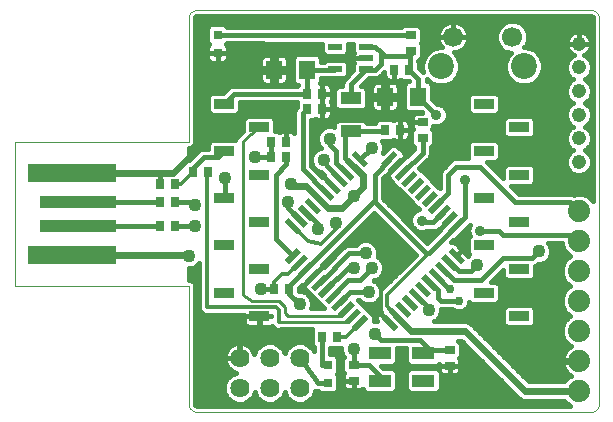
<source format=gtl>
G75*
G70*
%OFA0B0*%
%FSLAX24Y24*%
%IPPOS*%
%LPD*%
%AMOC8*
5,1,8,0,0,1.08239X$1,22.5*
%
%ADD10C,0.0000*%
%ADD11R,0.0276X0.0354*%
%ADD12R,0.0551X0.0630*%
%ADD13R,0.0354X0.0276*%
%ADD14R,0.0315X0.0315*%
%ADD15R,0.0591X0.0197*%
%ADD16R,0.0197X0.0591*%
%ADD17R,0.0748X0.0433*%
%ADD18R,0.0709X0.0394*%
%ADD19R,0.0472X0.0217*%
%ADD20R,0.2953X0.0591*%
%ADD21R,0.2559X0.0394*%
%ADD22R,0.0669X0.0335*%
%ADD23C,0.0640*%
%ADD24C,0.0740*%
%ADD25C,0.0866*%
%ADD26C,0.0669*%
%ADD27C,0.0476*%
%ADD28C,0.0240*%
%ADD29C,0.0160*%
%ADD30C,0.0436*%
%ADD31C,0.0120*%
%ADD32C,0.0350*%
%ADD33C,0.0300*%
%ADD34C,0.0100*%
D10*
X005900Y000483D02*
X005900Y004401D01*
X000100Y004401D01*
X000100Y009201D01*
X005900Y009201D01*
X005900Y013317D01*
X005902Y013348D01*
X005907Y013379D01*
X005916Y013409D01*
X005928Y013438D01*
X005943Y013466D01*
X005961Y013492D01*
X005982Y013515D01*
X006005Y013536D01*
X006031Y013554D01*
X006059Y013569D01*
X006088Y013581D01*
X006118Y013590D01*
X006149Y013595D01*
X006180Y013597D01*
X019311Y013597D01*
X019342Y013595D01*
X019373Y013589D01*
X019403Y013580D01*
X019432Y013567D01*
X019459Y013551D01*
X019483Y013532D01*
X019506Y013509D01*
X019525Y013485D01*
X019541Y013458D01*
X019554Y013429D01*
X019563Y013399D01*
X019569Y013368D01*
X019571Y013337D01*
X019570Y013337D02*
X019570Y000463D01*
X019571Y000463D02*
X019569Y000431D01*
X019563Y000400D01*
X019554Y000370D01*
X019541Y000341D01*
X019524Y000314D01*
X019505Y000289D01*
X019482Y000266D01*
X019457Y000247D01*
X019430Y000230D01*
X019401Y000217D01*
X019371Y000208D01*
X019340Y000202D01*
X019308Y000200D01*
X019308Y000201D02*
X006183Y000201D01*
X006183Y000200D02*
X006151Y000202D01*
X006120Y000207D01*
X006090Y000216D01*
X006060Y000228D01*
X006032Y000243D01*
X006007Y000262D01*
X005983Y000283D01*
X005962Y000307D01*
X005943Y000332D01*
X005928Y000360D01*
X005916Y000390D01*
X005907Y000420D01*
X005902Y000451D01*
X005900Y000483D01*
D11*
X010344Y002701D03*
X010856Y002701D03*
X009256Y004301D03*
X008744Y004301D03*
X005456Y006401D03*
X004944Y006401D03*
X004944Y007201D03*
X005456Y007201D03*
X005456Y007801D03*
X004944Y007801D03*
X006044Y008201D03*
X006556Y008201D03*
X008644Y008701D03*
X009156Y008701D03*
X009156Y009201D03*
X008644Y009201D03*
X009844Y010301D03*
X010356Y010301D03*
X010356Y010801D03*
X009844Y010801D03*
X012444Y009601D03*
X012956Y009601D03*
X012744Y011601D03*
X013256Y011601D03*
D12*
X013551Y010701D03*
X012449Y010701D03*
X009851Y011601D03*
X008749Y011601D03*
D13*
X013300Y012245D03*
X013300Y012757D03*
X013700Y009857D03*
X013700Y009345D03*
X014600Y002257D03*
X014600Y001745D03*
X011400Y001757D03*
X011400Y001245D03*
D14*
X010532Y001177D03*
X010532Y001768D03*
X006864Y012173D03*
X006864Y012764D03*
D15*
G36*
X011733Y008351D02*
X011316Y008766D01*
X011455Y008905D01*
X011872Y008490D01*
X011733Y008351D01*
G37*
G36*
X011511Y008128D02*
X011094Y008543D01*
X011233Y008682D01*
X011650Y008267D01*
X011511Y008128D01*
G37*
G36*
X011288Y007905D02*
X010871Y008320D01*
X011010Y008459D01*
X011427Y008044D01*
X011288Y007905D01*
G37*
G36*
X011066Y007682D02*
X010649Y008097D01*
X010788Y008236D01*
X011205Y007821D01*
X011066Y007682D01*
G37*
G36*
X010844Y007459D02*
X010427Y007874D01*
X010566Y008013D01*
X010983Y007598D01*
X010844Y007459D01*
G37*
G36*
X010622Y007235D02*
X010205Y007650D01*
X010344Y007789D01*
X010761Y007374D01*
X010622Y007235D01*
G37*
G36*
X010399Y007012D02*
X009982Y007427D01*
X010121Y007566D01*
X010538Y007151D01*
X010399Y007012D01*
G37*
G36*
X010177Y006789D02*
X009760Y007204D01*
X009899Y007343D01*
X010316Y006928D01*
X010177Y006789D01*
G37*
G36*
X009955Y006566D02*
X009538Y006981D01*
X009677Y007120D01*
X010094Y006705D01*
X009955Y006566D01*
G37*
G36*
X009732Y006343D02*
X009315Y006758D01*
X009454Y006897D01*
X009871Y006482D01*
X009732Y006343D01*
G37*
G36*
X009510Y006120D02*
X009093Y006535D01*
X009232Y006674D01*
X009649Y006259D01*
X009510Y006120D01*
G37*
G36*
X013190Y003342D02*
X012773Y003757D01*
X012912Y003896D01*
X013329Y003481D01*
X013190Y003342D01*
G37*
G36*
X012967Y003119D02*
X012550Y003534D01*
X012689Y003673D01*
X013106Y003258D01*
X012967Y003119D01*
G37*
G36*
X012745Y002896D02*
X012328Y003311D01*
X012467Y003450D01*
X012884Y003035D01*
X012745Y002896D01*
G37*
G36*
X013412Y003566D02*
X012995Y003981D01*
X013134Y004120D01*
X013551Y003705D01*
X013412Y003566D01*
G37*
G36*
X013634Y003789D02*
X013217Y004204D01*
X013356Y004343D01*
X013773Y003928D01*
X013634Y003789D01*
G37*
G36*
X013856Y004012D02*
X013439Y004427D01*
X013578Y004566D01*
X013995Y004151D01*
X013856Y004012D01*
G37*
G36*
X014079Y004235D02*
X013662Y004650D01*
X013801Y004789D01*
X014218Y004374D01*
X014079Y004235D01*
G37*
G36*
X014301Y004458D02*
X013884Y004873D01*
X014023Y005012D01*
X014440Y004597D01*
X014301Y004458D01*
G37*
G36*
X014523Y004681D02*
X014106Y005096D01*
X014245Y005235D01*
X014662Y004820D01*
X014523Y004681D01*
G37*
G36*
X014746Y004904D02*
X014329Y005319D01*
X014468Y005458D01*
X014885Y005043D01*
X014746Y004904D01*
G37*
G36*
X014968Y005127D02*
X014551Y005542D01*
X014690Y005681D01*
X015107Y005266D01*
X014968Y005127D01*
G37*
D16*
G36*
X014689Y006128D02*
X014550Y006267D01*
X014965Y006684D01*
X015104Y006545D01*
X014689Y006128D01*
G37*
G36*
X014466Y006351D02*
X014327Y006490D01*
X014742Y006907D01*
X014881Y006768D01*
X014466Y006351D01*
G37*
G36*
X014243Y006573D02*
X014104Y006712D01*
X014519Y007129D01*
X014658Y006990D01*
X014243Y006573D01*
G37*
G36*
X014020Y006795D02*
X013881Y006934D01*
X014296Y007351D01*
X014435Y007212D01*
X014020Y006795D01*
G37*
G36*
X013797Y007018D02*
X013658Y007157D01*
X014073Y007574D01*
X014212Y007435D01*
X013797Y007018D01*
G37*
G36*
X013574Y007240D02*
X013435Y007379D01*
X013850Y007796D01*
X013989Y007657D01*
X013574Y007240D01*
G37*
G36*
X013351Y007462D02*
X013212Y007601D01*
X013627Y008018D01*
X013766Y007879D01*
X013351Y007462D01*
G37*
G36*
X013128Y007685D02*
X012989Y007824D01*
X013404Y008241D01*
X013543Y008102D01*
X013128Y007685D01*
G37*
G36*
X012905Y007907D02*
X012766Y008046D01*
X013181Y008463D01*
X013320Y008324D01*
X012905Y007907D01*
G37*
G36*
X012681Y008129D02*
X012542Y008268D01*
X012957Y008685D01*
X013096Y008546D01*
X012681Y008129D01*
G37*
G36*
X012458Y008352D02*
X012319Y008491D01*
X012734Y008908D01*
X012873Y008769D01*
X012458Y008352D01*
G37*
G36*
X009235Y005117D02*
X009096Y005256D01*
X009511Y005673D01*
X009650Y005534D01*
X009235Y005117D01*
G37*
G36*
X009458Y004894D02*
X009319Y005033D01*
X009734Y005450D01*
X009873Y005311D01*
X009458Y004894D01*
G37*
G36*
X009681Y004672D02*
X009542Y004811D01*
X009957Y005228D01*
X010096Y005089D01*
X009681Y004672D01*
G37*
G36*
X009904Y004450D02*
X009765Y004589D01*
X010180Y005006D01*
X010319Y004867D01*
X009904Y004450D01*
G37*
G36*
X010127Y004227D02*
X009988Y004366D01*
X010403Y004783D01*
X010542Y004644D01*
X010127Y004227D01*
G37*
G36*
X010350Y004005D02*
X010211Y004144D01*
X010626Y004561D01*
X010765Y004422D01*
X010350Y004005D01*
G37*
G36*
X010573Y003783D02*
X010434Y003922D01*
X010849Y004339D01*
X010988Y004200D01*
X010573Y003783D01*
G37*
G36*
X010796Y003561D02*
X010657Y003700D01*
X011072Y004117D01*
X011211Y003978D01*
X010796Y003561D01*
G37*
G36*
X011019Y003338D02*
X010880Y003477D01*
X011295Y003894D01*
X011434Y003755D01*
X011019Y003338D01*
G37*
G36*
X011243Y003116D02*
X011104Y003255D01*
X011519Y003672D01*
X011658Y003533D01*
X011243Y003116D01*
G37*
G36*
X011466Y002894D02*
X011327Y003033D01*
X011742Y003450D01*
X011881Y003311D01*
X011466Y002894D01*
G37*
D17*
X012272Y002153D03*
X012272Y001248D03*
X013728Y001248D03*
X013728Y002153D03*
D18*
X011300Y009549D03*
X011300Y010652D03*
D19*
X010788Y011627D03*
X011812Y011627D03*
X011812Y012001D03*
X011812Y012375D03*
X010788Y012375D03*
D20*
X002021Y008179D03*
X002021Y005423D03*
D21*
X002218Y006407D03*
X002218Y007194D03*
D22*
X007079Y007325D03*
X008260Y008112D03*
X007079Y008900D03*
X008260Y009687D03*
X007079Y010475D03*
X008260Y006538D03*
X007079Y005750D03*
X008260Y004963D03*
X007079Y004175D03*
X008260Y003388D03*
X015740Y004175D03*
X016921Y004963D03*
X015740Y005750D03*
X016921Y006538D03*
X015740Y007325D03*
X016921Y008112D03*
X015740Y008900D03*
X016921Y009687D03*
X015740Y010475D03*
X016921Y003388D03*
D23*
X009600Y002001D03*
X008600Y002001D03*
X007600Y002001D03*
X007600Y001001D03*
X008600Y001001D03*
X009600Y001001D03*
D24*
X018900Y000901D03*
X018900Y001901D03*
X018900Y002901D03*
X018900Y003901D03*
X018900Y004901D03*
X018900Y005901D03*
X018900Y006901D03*
D25*
X017078Y011716D03*
X014322Y011716D03*
D26*
X014716Y012701D03*
X016684Y012701D03*
D27*
X018906Y012469D03*
X018906Y011682D03*
X018906Y010894D03*
X018906Y010107D03*
X018906Y009320D03*
X018906Y008532D03*
D28*
X011700Y008101D02*
X011700Y007701D01*
X011400Y007401D01*
X011000Y007001D01*
X010549Y007001D01*
X010260Y007289D01*
X009805Y007745D01*
X009356Y007745D01*
X009300Y007801D01*
X011372Y008405D02*
X011396Y008405D01*
X011700Y008101D01*
X007100Y009901D02*
X005378Y008179D01*
X004800Y008179D01*
X002021Y008179D01*
X002021Y005423D02*
X005822Y005423D01*
X005900Y005401D01*
X012828Y003396D02*
X013324Y002901D01*
X015100Y002901D01*
X017100Y000901D01*
X018900Y000901D01*
D29*
X018442Y001249D02*
X017205Y001249D01*
X017233Y001221D02*
X015371Y003082D01*
X015281Y003172D01*
X015164Y003221D01*
X014075Y003221D01*
X014137Y003246D01*
X014254Y003364D01*
X014318Y003517D01*
X014318Y003621D01*
X014685Y003621D01*
X014702Y003604D01*
X014830Y003551D01*
X014970Y003551D01*
X015098Y003604D01*
X015197Y003702D01*
X015250Y003831D01*
X015250Y003881D01*
X015323Y003808D01*
X016158Y003808D01*
X016275Y003925D01*
X016275Y004426D01*
X016158Y004543D01*
X015986Y004543D01*
X016387Y004943D01*
X016387Y004713D01*
X016504Y004596D01*
X017339Y004596D01*
X017456Y004713D01*
X017456Y005070D01*
X017499Y005087D01*
X017542Y005131D01*
X017647Y005131D01*
X017801Y005194D01*
X017918Y005312D01*
X017982Y005465D01*
X017982Y005632D01*
X017918Y005785D01*
X017883Y005821D01*
X018330Y005821D01*
X018330Y005787D01*
X018417Y005578D01*
X018577Y005417D01*
X018618Y005401D01*
X018577Y005384D01*
X018417Y005224D01*
X018330Y005014D01*
X018330Y004787D01*
X018417Y004578D01*
X018577Y004417D01*
X018618Y004401D01*
X018577Y004384D01*
X018417Y004224D01*
X018330Y004014D01*
X018330Y003787D01*
X018417Y003578D01*
X018577Y003417D01*
X018618Y003401D01*
X018577Y003384D01*
X018417Y003224D01*
X018330Y003014D01*
X018330Y002787D01*
X018417Y002578D01*
X018577Y002417D01*
X018646Y002389D01*
X018612Y002371D01*
X018542Y002320D01*
X018480Y002259D01*
X018430Y002189D01*
X018390Y002112D01*
X018364Y002029D01*
X018350Y001944D01*
X018350Y001921D01*
X018880Y001921D01*
X018880Y001881D01*
X018350Y001881D01*
X018350Y001857D01*
X018364Y001772D01*
X018390Y001690D01*
X018430Y001612D01*
X018480Y001542D01*
X018542Y001481D01*
X018612Y001430D01*
X018646Y001413D01*
X018577Y001384D01*
X018417Y001224D01*
X018416Y001221D01*
X017233Y001221D01*
X017046Y001407D02*
X018633Y001407D01*
X018464Y001566D02*
X016888Y001566D01*
X016729Y001724D02*
X018379Y001724D01*
X018367Y002041D02*
X016412Y002041D01*
X016571Y001883D02*
X018880Y001883D01*
X018437Y002200D02*
X016254Y002200D01*
X016095Y002358D02*
X018594Y002358D01*
X018478Y002517D02*
X015937Y002517D01*
X015778Y002675D02*
X018376Y002675D01*
X018330Y002834D02*
X015620Y002834D01*
X015461Y002992D02*
X018330Y002992D01*
X018387Y003151D02*
X017456Y003151D01*
X017456Y003138D02*
X017456Y003638D01*
X017339Y003755D01*
X016504Y003755D01*
X016387Y003638D01*
X016387Y003138D01*
X016504Y003021D01*
X017339Y003021D01*
X017456Y003138D01*
X017456Y003309D02*
X018502Y003309D01*
X018527Y003468D02*
X017456Y003468D01*
X017456Y003626D02*
X018397Y003626D01*
X018331Y003785D02*
X015231Y003785D01*
X015120Y003626D02*
X016387Y003626D01*
X016387Y003468D02*
X014297Y003468D01*
X014200Y003309D02*
X016387Y003309D01*
X016387Y003151D02*
X015303Y003151D01*
X014967Y002581D02*
X016919Y000629D01*
X017036Y000581D01*
X018416Y000581D01*
X018417Y000578D01*
X018577Y000417D01*
X018618Y000401D01*
X006183Y000401D01*
X006167Y000402D01*
X006137Y000415D01*
X006114Y000437D01*
X006102Y000467D01*
X006100Y000483D01*
X006100Y004483D01*
X005983Y004601D01*
X005900Y004601D01*
X005900Y004983D01*
X005983Y004983D01*
X006137Y005046D01*
X006240Y005149D01*
X006240Y003649D01*
X006280Y003553D01*
X006353Y003480D01*
X006448Y003441D01*
X006552Y003441D01*
X007745Y003441D01*
X007745Y003392D01*
X008256Y003392D01*
X008256Y003441D01*
X008264Y003441D01*
X008264Y003392D01*
X008640Y003392D01*
X008640Y003384D01*
X008264Y003384D01*
X008264Y003392D01*
X008256Y003392D01*
X008256Y003384D01*
X008264Y003384D01*
X008264Y003041D01*
X008618Y003041D01*
X008664Y003053D01*
X008677Y003060D01*
X008680Y003053D01*
X008753Y002980D01*
X008848Y002941D01*
X008952Y002941D01*
X008976Y002951D01*
X010006Y002951D01*
X010006Y002441D01*
X010067Y002380D01*
X010068Y002229D01*
X010041Y002295D01*
X009895Y002441D01*
X009703Y002521D01*
X009497Y002521D01*
X009305Y002441D01*
X009159Y002295D01*
X009100Y002152D01*
X009041Y002295D01*
X008895Y002441D01*
X008703Y002521D01*
X008497Y002521D01*
X008305Y002441D01*
X008159Y002295D01*
X008087Y002120D01*
X008063Y002193D01*
X008028Y002263D01*
X007981Y002326D01*
X007926Y002382D01*
X007862Y002428D01*
X007792Y002464D01*
X007717Y002488D01*
X007639Y002501D01*
X007609Y002501D01*
X007609Y002009D01*
X007591Y002009D01*
X007591Y001992D01*
X007100Y001992D01*
X007100Y001961D01*
X007112Y001884D01*
X007137Y001809D01*
X007172Y001739D01*
X007219Y001675D01*
X007274Y001619D01*
X007338Y001573D01*
X007408Y001537D01*
X007480Y001514D01*
X007305Y001441D01*
X007159Y001295D01*
X007080Y001104D01*
X007080Y000897D01*
X007159Y000706D01*
X007305Y000560D01*
X007497Y000481D01*
X007703Y000481D01*
X007895Y000560D01*
X008041Y000706D01*
X008100Y000849D01*
X008159Y000706D01*
X008305Y000560D01*
X008497Y000481D01*
X008703Y000481D01*
X008895Y000560D01*
X009041Y000706D01*
X009100Y000849D01*
X009159Y000706D01*
X009305Y000560D01*
X009497Y000481D01*
X009703Y000481D01*
X009895Y000560D01*
X010041Y000706D01*
X010120Y000897D01*
X010120Y000908D01*
X010141Y000905D01*
X010160Y000897D01*
X010195Y000897D01*
X010217Y000894D01*
X010292Y000820D01*
X010772Y000820D01*
X010889Y000937D01*
X010889Y001418D01*
X010835Y001473D01*
X010889Y001528D01*
X010889Y002008D01*
X010772Y002125D01*
X010629Y002125D01*
X010627Y002331D01*
X010635Y002323D01*
X010982Y002323D01*
X010982Y002217D01*
X011046Y002064D01*
X011077Y002032D01*
X011023Y001977D01*
X011023Y001536D01*
X011074Y001485D01*
X011055Y001452D01*
X011043Y001406D01*
X011043Y001245D01*
X011400Y001245D01*
X011400Y001245D01*
X011043Y001245D01*
X011043Y001083D01*
X011055Y001037D01*
X011079Y000996D01*
X011112Y000963D01*
X011153Y000939D01*
X011199Y000927D01*
X011400Y000927D01*
X011601Y000927D01*
X011647Y000939D01*
X011688Y000963D01*
X011698Y000973D01*
X011698Y000948D01*
X011815Y000831D01*
X012729Y000831D01*
X012846Y000948D01*
X012846Y001547D01*
X012729Y001664D01*
X012388Y001664D01*
X012316Y001737D01*
X012729Y001737D01*
X012846Y001854D01*
X012846Y002321D01*
X013154Y002321D01*
X013154Y001854D01*
X013271Y001737D01*
X014185Y001737D01*
X014243Y001794D01*
X014243Y001745D01*
X014600Y001745D01*
X014957Y001745D01*
X014957Y001906D01*
X014945Y001952D01*
X014926Y001985D01*
X014977Y002036D01*
X014977Y002477D01*
X014874Y002581D01*
X014967Y002581D01*
X014938Y002517D02*
X015031Y002517D01*
X014977Y002358D02*
X015190Y002358D01*
X015348Y002200D02*
X014977Y002200D01*
X014977Y002041D02*
X015507Y002041D01*
X015665Y001883D02*
X014957Y001883D01*
X014957Y001745D02*
X014600Y001745D01*
X014600Y001745D01*
X014600Y001745D01*
X014243Y001745D01*
X014243Y001607D01*
X014185Y001664D01*
X013271Y001664D01*
X013154Y001547D01*
X013154Y000948D01*
X013271Y000831D01*
X014185Y000831D01*
X014302Y000948D01*
X014302Y001473D01*
X014312Y001463D01*
X014353Y001439D01*
X014399Y001427D01*
X014600Y001427D01*
X014801Y001427D01*
X014847Y001439D01*
X014888Y001463D01*
X014921Y001496D01*
X014945Y001537D01*
X014957Y001583D01*
X014957Y001745D01*
X014957Y001724D02*
X015824Y001724D01*
X015982Y001566D02*
X014952Y001566D01*
X014600Y001566D02*
X014600Y001566D01*
X014600Y001427D02*
X014600Y001745D01*
X014600Y001745D01*
X014600Y001427D01*
X014302Y001407D02*
X016141Y001407D01*
X016299Y001249D02*
X014302Y001249D01*
X014302Y001090D02*
X016458Y001090D01*
X016616Y000932D02*
X014286Y000932D01*
X013171Y000932D02*
X012829Y000932D01*
X012846Y001090D02*
X013154Y001090D01*
X013154Y001249D02*
X012846Y001249D01*
X012846Y001407D02*
X013154Y001407D01*
X013173Y001566D02*
X012827Y001566D01*
X012328Y001724D02*
X014243Y001724D01*
X014600Y001724D02*
X014600Y001724D01*
X014600Y002257D02*
X013831Y002257D01*
X013831Y002369D01*
X013600Y002601D01*
X012300Y002601D01*
X012100Y002801D01*
X012072Y003219D02*
X012082Y003229D01*
X012082Y003394D01*
X011859Y003617D01*
X011635Y003839D01*
X011554Y003921D01*
X011589Y003921D01*
X011663Y003846D01*
X011817Y003783D01*
X011983Y003783D01*
X012137Y003846D01*
X012240Y003949D01*
X012240Y003673D01*
X012280Y003577D01*
X012309Y003548D01*
X012269Y003509D01*
X012183Y003422D01*
X012159Y003381D01*
X012147Y003335D01*
X012147Y003288D01*
X012160Y003242D01*
X012173Y003219D01*
X012072Y003219D01*
X012082Y003309D02*
X012147Y003309D01*
X012228Y003468D02*
X012008Y003468D01*
X011859Y003617D02*
X011859Y003617D01*
X011849Y003626D02*
X012259Y003626D01*
X012269Y003509D02*
X012552Y003227D01*
X012552Y003227D01*
X012269Y003509D01*
X012310Y003468D02*
X012310Y003468D01*
X012470Y003309D02*
X012470Y003309D01*
X012240Y003785D02*
X011988Y003785D01*
X011812Y003785D02*
X011690Y003785D01*
X011635Y003839D02*
X011635Y003839D01*
X012234Y003943D02*
X012240Y003943D01*
X012317Y004286D02*
X012254Y004437D01*
X012137Y004555D01*
X012071Y004583D01*
X012083Y004583D01*
X012237Y004646D01*
X012354Y004764D01*
X012418Y004917D01*
X012418Y005084D01*
X012354Y005237D01*
X012237Y005355D01*
X012199Y005371D01*
X012218Y005417D01*
X012218Y005584D01*
X012154Y005737D01*
X012037Y005855D01*
X011883Y005919D01*
X011717Y005919D01*
X011563Y005855D01*
X011489Y005781D01*
X011205Y005781D01*
X011102Y005738D01*
X011023Y005659D01*
X010403Y005039D01*
X010377Y005064D01*
X010353Y005089D01*
X012085Y006820D01*
X013468Y005436D01*
X012317Y004286D01*
X012262Y004419D02*
X012450Y004419D01*
X012609Y004577D02*
X012084Y004577D01*
X012326Y004736D02*
X012767Y004736D01*
X012926Y004894D02*
X012408Y004894D01*
X012418Y005053D02*
X013084Y005053D01*
X013243Y005211D02*
X012365Y005211D01*
X012202Y005370D02*
X013401Y005370D01*
X013376Y005528D02*
X012218Y005528D01*
X012176Y005687D02*
X013218Y005687D01*
X013059Y005845D02*
X012047Y005845D01*
X011800Y005501D02*
X011260Y005501D01*
X010265Y004505D01*
X010042Y004728D02*
X010042Y004728D01*
X010377Y005064D01*
X010042Y004728D01*
X010042Y004728D01*
X009706Y004391D01*
X009681Y004416D01*
X009594Y004329D01*
X009594Y004219D01*
X009683Y004219D01*
X009837Y004155D01*
X009954Y004037D01*
X010018Y003884D01*
X010018Y003717D01*
X009990Y003651D01*
X010421Y003651D01*
X010233Y003838D01*
X010233Y003838D01*
X010010Y004060D01*
X010010Y004060D01*
X009787Y004283D01*
X009787Y004311D01*
X009706Y004391D01*
X010042Y004728D01*
X010050Y004736D02*
X010050Y004736D01*
X010208Y004894D02*
X010208Y004894D01*
X010366Y005053D02*
X010366Y005053D01*
X010389Y005053D02*
X010416Y005053D01*
X010476Y005211D02*
X010575Y005211D01*
X010634Y005370D02*
X010733Y005370D01*
X010793Y005528D02*
X010892Y005528D01*
X010951Y005687D02*
X011050Y005687D01*
X011110Y005845D02*
X011553Y005845D01*
X011268Y006004D02*
X012901Y006004D01*
X012742Y006162D02*
X011427Y006162D01*
X011585Y006321D02*
X012584Y006321D01*
X012425Y006479D02*
X011744Y006479D01*
X011902Y006638D02*
X012267Y006638D01*
X012108Y006796D02*
X012061Y006796D01*
X012583Y007113D02*
X013417Y007113D01*
X013457Y007073D02*
X013234Y007295D01*
X013234Y007295D01*
X013011Y007518D01*
X013011Y007518D01*
X012788Y007740D01*
X012788Y007740D01*
X012565Y007962D01*
X012564Y007990D01*
X012484Y008071D01*
X012819Y008407D01*
X012484Y008071D01*
X012475Y008080D01*
X012380Y007985D01*
X012380Y007317D01*
X013850Y005847D01*
X014282Y006279D01*
X014269Y006292D01*
X014604Y006629D01*
X014604Y006629D01*
X014269Y006292D01*
X014250Y006311D01*
X014219Y006279D01*
X014116Y006237D01*
X013817Y006237D01*
X013743Y006206D01*
X013593Y006206D01*
X013456Y006263D01*
X013350Y006368D01*
X013293Y006506D01*
X013293Y006655D01*
X013350Y006793D01*
X013456Y006899D01*
X013580Y006950D01*
X013457Y007073D01*
X013457Y007073D01*
X013576Y006955D02*
X012742Y006955D01*
X012900Y006796D02*
X013353Y006796D01*
X013293Y006638D02*
X013059Y006638D01*
X013217Y006479D02*
X013304Y006479D01*
X013376Y006321D02*
X013398Y006321D01*
X013534Y006162D02*
X014166Y006162D01*
X014007Y006004D02*
X013693Y006004D01*
X013800Y005501D02*
X012100Y007201D01*
X012085Y007216D01*
X012100Y007231D01*
X012100Y008101D01*
X012596Y008597D01*
X012596Y008630D01*
X012387Y008842D02*
X012418Y008917D01*
X012418Y009084D01*
X012360Y009223D01*
X012665Y009223D01*
X012716Y009275D01*
X012749Y009256D01*
X012794Y009243D01*
X012956Y009243D01*
X013117Y009243D01*
X013163Y009256D01*
X013204Y009279D01*
X013238Y009313D01*
X013261Y009354D01*
X013274Y009400D01*
X013274Y009601D01*
X013274Y009801D01*
X013261Y009847D01*
X013238Y009888D01*
X013204Y009922D01*
X013163Y009946D01*
X013117Y009958D01*
X012956Y009958D01*
X012956Y009601D01*
X012956Y009601D01*
X012956Y009958D01*
X012794Y009958D01*
X012749Y009946D01*
X012716Y009927D01*
X012665Y009978D01*
X012223Y009978D01*
X012106Y009861D01*
X012106Y009829D01*
X011854Y009829D01*
X011737Y009946D01*
X010863Y009946D01*
X010746Y009829D01*
X010746Y009693D01*
X010683Y009719D01*
X010517Y009719D01*
X010363Y009655D01*
X010246Y009537D01*
X010182Y009384D01*
X010182Y009217D01*
X010246Y009064D01*
X010298Y009011D01*
X010163Y008955D01*
X010046Y008837D01*
X009982Y008684D01*
X009982Y008517D01*
X010046Y008364D01*
X010163Y008246D01*
X010317Y008183D01*
X010322Y008183D01*
X010401Y008104D01*
X010368Y008071D01*
X010344Y008047D01*
X009980Y008411D01*
X009980Y009923D01*
X010065Y009923D01*
X010116Y009975D01*
X010149Y009956D01*
X010194Y009943D01*
X010356Y009943D01*
X010517Y009943D01*
X010563Y009956D01*
X010604Y009979D01*
X010638Y010013D01*
X010661Y010054D01*
X010674Y010100D01*
X010674Y010301D01*
X010674Y010501D01*
X010661Y010547D01*
X010659Y010551D01*
X010661Y010554D01*
X010674Y010600D01*
X010746Y010600D01*
X010674Y010600D02*
X010674Y010801D01*
X010674Y011001D01*
X010661Y011047D01*
X010638Y011088D01*
X010604Y011122D01*
X010563Y011146D01*
X010517Y011158D01*
X010356Y011158D01*
X010356Y010801D01*
X010356Y010801D01*
X010356Y011158D01*
X010282Y011158D01*
X010327Y011203D01*
X010327Y011321D01*
X010467Y011321D01*
X010469Y011318D01*
X011107Y011318D01*
X011224Y011436D01*
X011224Y011818D01*
X011107Y011935D01*
X010469Y011935D01*
X010415Y011881D01*
X010327Y011881D01*
X010327Y011998D01*
X010210Y012116D01*
X009493Y012116D01*
X009376Y011998D01*
X009376Y011203D01*
X009493Y011086D01*
X009531Y011086D01*
X009526Y011081D01*
X007349Y011081D01*
X007246Y011038D01*
X007050Y010842D01*
X006661Y010842D01*
X006544Y010725D01*
X006544Y010224D01*
X006661Y010107D01*
X007496Y010107D01*
X007613Y010224D01*
X007613Y010521D01*
X009506Y010521D01*
X009506Y010359D01*
X009463Y010315D01*
X009420Y010212D01*
X009420Y009506D01*
X009404Y009522D01*
X009363Y009546D01*
X009317Y009558D01*
X009156Y009558D01*
X009156Y009201D01*
X009156Y009201D01*
X009156Y009558D01*
X008994Y009558D01*
X008949Y009546D01*
X008916Y009527D01*
X008865Y009578D01*
X008794Y009578D01*
X008794Y009937D01*
X008677Y010055D01*
X007842Y010055D01*
X007725Y009937D01*
X007725Y009572D01*
X007570Y009444D01*
X007558Y009439D01*
X007532Y009413D01*
X007503Y009389D01*
X007497Y009378D01*
X007488Y009369D01*
X007474Y009334D01*
X007456Y009301D01*
X007455Y009289D01*
X007450Y009277D01*
X007450Y009267D01*
X006661Y009267D01*
X006544Y009150D01*
X006544Y008981D01*
X006344Y008981D01*
X006241Y008938D01*
X005900Y008597D01*
X005900Y009001D01*
X005983Y009001D01*
X006100Y009118D01*
X006100Y013317D01*
X006102Y013332D01*
X006113Y013361D01*
X006136Y013383D01*
X006164Y013395D01*
X006180Y013397D01*
X019311Y013397D01*
X019326Y013395D01*
X019353Y013379D01*
X019368Y013353D01*
X019370Y013337D01*
X019370Y007237D01*
X019223Y007384D01*
X019013Y007471D01*
X018787Y007471D01*
X018730Y007447D01*
X018660Y007477D01*
X016904Y007477D01*
X016635Y007745D01*
X017339Y007745D01*
X017456Y007862D01*
X017456Y008363D01*
X017339Y008480D01*
X016504Y008480D01*
X016387Y008363D01*
X016387Y007994D01*
X015848Y008533D01*
X016158Y008533D01*
X016275Y008650D01*
X016275Y009150D01*
X016158Y009267D01*
X015323Y009267D01*
X015206Y009150D01*
X015206Y008661D01*
X014772Y008661D01*
X014669Y008618D01*
X014591Y008539D01*
X014319Y008267D01*
X014276Y008164D01*
X014276Y007655D01*
X014190Y007741D01*
X013967Y007963D01*
X013744Y008186D01*
X013591Y008338D01*
X013861Y008608D01*
X013862Y008608D01*
X013901Y008647D01*
X013940Y008686D01*
X013940Y008687D01*
X013961Y008738D01*
X013982Y008789D01*
X013982Y008790D01*
X013982Y008790D01*
X013982Y008845D01*
X013982Y008900D01*
X013982Y008901D01*
X013981Y009028D01*
X014077Y009124D01*
X014077Y009565D01*
X014026Y009617D01*
X014045Y009649D01*
X016387Y009649D01*
X016387Y009491D02*
X014077Y009491D01*
X014077Y009332D02*
X016492Y009332D01*
X016504Y009320D02*
X017339Y009320D01*
X017456Y009437D01*
X017456Y009937D01*
X017339Y010055D01*
X016504Y010055D01*
X016387Y009937D01*
X016387Y009437D01*
X016504Y009320D01*
X016251Y009174D02*
X018493Y009174D01*
X018468Y009232D02*
X018535Y009071D01*
X018658Y008948D01*
X018712Y008926D01*
X018658Y008904D01*
X018535Y008780D01*
X018468Y008619D01*
X018468Y008445D01*
X018535Y008284D01*
X018658Y008161D01*
X018819Y008094D01*
X018993Y008094D01*
X019154Y008161D01*
X019278Y008284D01*
X019344Y008445D01*
X019344Y008619D01*
X019278Y008780D01*
X019154Y008904D01*
X019101Y008926D01*
X019154Y008948D01*
X019278Y009071D01*
X019344Y009232D01*
X019344Y009407D01*
X019278Y009568D01*
X019154Y009691D01*
X019101Y009713D01*
X019154Y009736D01*
X019278Y009859D01*
X019344Y010020D01*
X019344Y010194D01*
X019278Y010355D01*
X019154Y010478D01*
X019101Y010501D01*
X019154Y010523D01*
X019278Y010646D01*
X019344Y010807D01*
X019344Y010981D01*
X019278Y011143D01*
X019154Y011266D01*
X019101Y011288D01*
X019154Y011310D01*
X019278Y011434D01*
X019344Y011595D01*
X019344Y011769D01*
X019278Y011930D01*
X019154Y012053D01*
X019075Y012086D01*
X019125Y012112D01*
X019179Y012150D01*
X019225Y012197D01*
X019264Y012250D01*
X019294Y012309D01*
X019314Y012371D01*
X019324Y012436D01*
X019324Y012469D01*
X018906Y012469D01*
X018488Y012469D01*
X018488Y012436D01*
X018498Y012371D01*
X018519Y012309D01*
X018549Y012250D01*
X018587Y012197D01*
X018634Y012150D01*
X018687Y012112D01*
X018737Y012086D01*
X018658Y012053D01*
X018535Y011930D01*
X018468Y011769D01*
X018468Y011595D01*
X018535Y011434D01*
X018658Y011310D01*
X018712Y011288D01*
X018658Y011266D01*
X018535Y011143D01*
X018468Y010981D01*
X018468Y010807D01*
X018535Y010646D01*
X018658Y010523D01*
X018712Y010501D01*
X018658Y010478D01*
X018535Y010355D01*
X018468Y010194D01*
X018468Y010020D01*
X018535Y009859D01*
X018658Y009736D01*
X018712Y009713D01*
X018658Y009691D01*
X018535Y009568D01*
X018468Y009407D01*
X018468Y009232D01*
X018468Y009332D02*
X017351Y009332D01*
X017456Y009491D02*
X018503Y009491D01*
X018616Y009649D02*
X017456Y009649D01*
X017456Y009808D02*
X018586Y009808D01*
X018490Y009966D02*
X017427Y009966D01*
X016415Y009966D02*
X014506Y009966D01*
X014531Y010026D02*
X014531Y010175D01*
X014474Y010313D01*
X014368Y010419D01*
X014231Y010476D01*
X014172Y010476D01*
X014027Y010621D01*
X014027Y011098D01*
X013910Y011216D01*
X013831Y011216D01*
X013831Y011312D01*
X013963Y011180D01*
X014196Y011083D01*
X014448Y011083D01*
X014681Y011180D01*
X014859Y011358D01*
X014955Y011590D01*
X014955Y011842D01*
X014859Y012075D01*
X014748Y012186D01*
X014756Y012186D01*
X014836Y012199D01*
X014913Y012224D01*
X014985Y012260D01*
X015051Y012308D01*
X015108Y012365D01*
X015156Y012431D01*
X015193Y012503D01*
X015218Y012580D01*
X015230Y012660D01*
X015230Y012701D01*
X015230Y012741D01*
X015218Y012821D01*
X015193Y012898D01*
X015156Y012970D01*
X015108Y013036D01*
X015051Y013093D01*
X014985Y013141D01*
X014913Y013178D01*
X014836Y013203D01*
X014756Y013215D01*
X014716Y013215D01*
X014716Y012701D01*
X014716Y012701D01*
X015230Y012701D01*
X014716Y012701D01*
X014716Y012701D01*
X014716Y013215D01*
X014675Y013215D01*
X014595Y013203D01*
X014518Y013178D01*
X014446Y013141D01*
X014380Y013093D01*
X014323Y013036D01*
X014276Y012970D01*
X014239Y012898D01*
X014214Y012821D01*
X014201Y012741D01*
X014201Y012701D01*
X014716Y012701D01*
X014716Y012701D01*
X014201Y012701D01*
X014201Y012660D01*
X014214Y012580D01*
X014239Y012503D01*
X014276Y012431D01*
X014323Y012365D01*
X014339Y012349D01*
X014196Y012349D01*
X013963Y012253D01*
X013785Y012075D01*
X013689Y011842D01*
X013689Y011590D01*
X013708Y011545D01*
X013594Y011659D01*
X013594Y011861D01*
X013557Y011897D01*
X013558Y011907D01*
X013560Y011907D01*
X013677Y012024D01*
X013677Y012465D01*
X013642Y012501D01*
X013677Y012536D01*
X013677Y012977D01*
X013560Y013094D01*
X013040Y013094D01*
X012982Y013037D01*
X009752Y013037D01*
X007183Y013043D01*
X007104Y013121D01*
X006624Y013121D01*
X006507Y013004D01*
X006507Y012524D01*
X006576Y012454D01*
X006562Y012441D01*
X006539Y012400D01*
X006527Y012355D01*
X006527Y012173D01*
X006527Y011992D01*
X006539Y011946D01*
X006562Y011905D01*
X006596Y011872D01*
X006637Y011848D01*
X006683Y011836D01*
X006864Y011836D01*
X007045Y011836D01*
X007091Y011848D01*
X007132Y011872D01*
X007166Y011905D01*
X007189Y011946D01*
X007201Y011992D01*
X007201Y012173D01*
X006864Y012173D01*
X006864Y011836D01*
X006864Y012173D01*
X006864Y012173D01*
X006864Y012173D01*
X006527Y012173D01*
X006864Y012173D01*
X006864Y012173D01*
X007201Y012173D01*
X007201Y012355D01*
X007189Y012400D01*
X007166Y012441D01*
X007152Y012454D01*
X007181Y012483D01*
X009695Y012477D01*
X009695Y012477D01*
X009751Y012477D01*
X009806Y012476D01*
X009807Y012477D01*
X010352Y012477D01*
X010352Y012184D01*
X010469Y012066D01*
X011107Y012066D01*
X011224Y012184D01*
X011224Y012477D01*
X011376Y012477D01*
X011376Y012184D01*
X011402Y012157D01*
X011396Y012133D01*
X011396Y012001D01*
X011812Y012001D01*
X011812Y012001D01*
X011396Y012001D01*
X011396Y011869D01*
X011402Y011844D01*
X011376Y011818D01*
X011376Y011586D01*
X011063Y011273D01*
X011020Y011170D01*
X011020Y011049D01*
X010863Y011049D01*
X010746Y010932D01*
X010746Y010372D01*
X010863Y010255D01*
X011737Y010255D01*
X011854Y010372D01*
X011854Y010932D01*
X011737Y011049D01*
X011630Y011049D01*
X011900Y011318D01*
X012131Y011318D01*
X012133Y011321D01*
X012156Y011321D01*
X012259Y011363D01*
X012337Y011442D01*
X012426Y011531D01*
X012426Y011400D01*
X012439Y011354D01*
X012462Y011313D01*
X012496Y011279D01*
X012537Y011256D01*
X012583Y011243D01*
X012744Y011243D01*
X012744Y011601D01*
X012744Y011601D01*
X012744Y011243D01*
X012906Y011243D01*
X012951Y011256D01*
X012984Y011275D01*
X013035Y011223D01*
X013237Y011223D01*
X013245Y011216D01*
X013193Y011216D01*
X013076Y011098D01*
X013076Y010303D01*
X013193Y010186D01*
X013670Y010186D01*
X013682Y010174D01*
X013499Y010174D01*
X013453Y010162D01*
X013412Y010138D01*
X013379Y010105D01*
X013355Y010064D01*
X013343Y010018D01*
X013343Y009857D01*
X013700Y009857D01*
X013700Y009857D01*
X013343Y009857D01*
X013343Y009695D01*
X013355Y009649D01*
X013274Y009649D01*
X013274Y009601D02*
X012956Y009601D01*
X012956Y009601D01*
X013274Y009601D01*
X013323Y009565D02*
X013323Y009124D01*
X013421Y009026D01*
X013422Y008960D01*
X013180Y008719D01*
X013155Y008744D01*
X012819Y008407D01*
X012819Y008407D01*
X013155Y008744D01*
X013074Y008824D01*
X013074Y008853D01*
X012818Y009108D01*
X012652Y009108D01*
X012387Y008842D01*
X012393Y008857D02*
X012401Y008857D01*
X012418Y009015D02*
X012559Y009015D01*
X012381Y009174D02*
X013323Y009174D01*
X013421Y009015D02*
X012911Y009015D01*
X013070Y008857D02*
X013318Y008857D01*
X013109Y008698D02*
X013109Y008698D01*
X012951Y008540D02*
X012951Y008540D01*
X012819Y008407D02*
X012819Y008407D01*
X012793Y008381D02*
X012793Y008381D01*
X012635Y008223D02*
X012635Y008223D01*
X012491Y008064D02*
X012460Y008064D01*
X012380Y007906D02*
X012621Y007906D01*
X012780Y007747D02*
X012380Y007747D01*
X012380Y007589D02*
X012939Y007589D01*
X013098Y007430D02*
X012380Y007430D01*
X012425Y007272D02*
X013257Y007272D01*
X014158Y007087D02*
X014556Y007485D01*
X014556Y008109D01*
X014828Y008381D01*
X015604Y008381D01*
X016788Y007197D01*
X018604Y007197D01*
X018900Y006901D01*
X019335Y007272D02*
X019370Y007272D01*
X019370Y007430D02*
X019111Y007430D01*
X019370Y007589D02*
X016792Y007589D01*
X017341Y007747D02*
X019370Y007747D01*
X019370Y007906D02*
X017456Y007906D01*
X017456Y008064D02*
X019370Y008064D01*
X019370Y008223D02*
X019216Y008223D01*
X019318Y008381D02*
X019370Y008381D01*
X019370Y008540D02*
X019344Y008540D01*
X019370Y008698D02*
X019312Y008698D01*
X019370Y008857D02*
X019201Y008857D01*
X019222Y009015D02*
X019370Y009015D01*
X019370Y009174D02*
X019320Y009174D01*
X019344Y009332D02*
X019370Y009332D01*
X019370Y009491D02*
X019310Y009491D01*
X019370Y009649D02*
X019196Y009649D01*
X019227Y009808D02*
X019370Y009808D01*
X019370Y009966D02*
X019322Y009966D01*
X019344Y010125D02*
X019370Y010125D01*
X019370Y010283D02*
X019308Y010283D01*
X019370Y010442D02*
X019191Y010442D01*
X019232Y010600D02*
X019370Y010600D01*
X019370Y010759D02*
X019324Y010759D01*
X019344Y010917D02*
X019370Y010917D01*
X019370Y011076D02*
X019305Y011076D01*
X019370Y011234D02*
X019186Y011234D01*
X019237Y011393D02*
X019370Y011393D01*
X019370Y011551D02*
X019326Y011551D01*
X019344Y011710D02*
X019370Y011710D01*
X019370Y011868D02*
X019303Y011868D01*
X019370Y012027D02*
X019181Y012027D01*
X019214Y012185D02*
X019370Y012185D01*
X019370Y012344D02*
X019305Y012344D01*
X019324Y012469D02*
X019324Y012502D01*
X019314Y012567D01*
X019294Y012630D01*
X019264Y012688D01*
X019225Y012742D01*
X019179Y012788D01*
X019125Y012827D01*
X019067Y012857D01*
X019004Y012877D01*
X018939Y012887D01*
X018906Y012887D01*
X018873Y012887D01*
X018808Y012877D01*
X018746Y012857D01*
X018687Y012827D01*
X018634Y012788D01*
X018587Y012742D01*
X018549Y012688D01*
X018519Y012630D01*
X018498Y012567D01*
X018488Y012502D01*
X018488Y012469D01*
X018906Y012469D01*
X018906Y012469D01*
X018906Y012887D01*
X018906Y012469D01*
X018906Y012469D01*
X018906Y012469D01*
X019324Y012469D01*
X019324Y012502D02*
X019370Y012502D01*
X019370Y012661D02*
X019278Y012661D01*
X019370Y012819D02*
X019136Y012819D01*
X018906Y012819D02*
X018906Y012819D01*
X018906Y012661D02*
X018906Y012661D01*
X018906Y012502D02*
X018906Y012502D01*
X018677Y012819D02*
X017214Y012819D01*
X017219Y012807D02*
X017138Y013003D01*
X016987Y013154D01*
X016791Y013235D01*
X016578Y013235D01*
X016381Y013154D01*
X016231Y013003D01*
X016150Y012807D01*
X016150Y012594D01*
X016231Y012398D01*
X016381Y012247D01*
X016578Y012166D01*
X016632Y012166D01*
X016541Y012075D01*
X016445Y011842D01*
X016445Y011590D01*
X016541Y011358D01*
X016719Y011180D01*
X016952Y011083D01*
X017204Y011083D01*
X017437Y011180D01*
X017615Y011358D01*
X017711Y011590D01*
X017711Y011842D01*
X017615Y012075D01*
X017437Y012253D01*
X017204Y012349D01*
X017089Y012349D01*
X017138Y012398D01*
X017219Y012594D01*
X017219Y012807D01*
X017219Y012661D02*
X018535Y012661D01*
X018488Y012502D02*
X017181Y012502D01*
X017218Y012344D02*
X018507Y012344D01*
X018599Y012185D02*
X017504Y012185D01*
X017635Y012027D02*
X018632Y012027D01*
X018509Y011868D02*
X017700Y011868D01*
X017711Y011710D02*
X018468Y011710D01*
X018486Y011551D02*
X017695Y011551D01*
X017629Y011393D02*
X018576Y011393D01*
X018627Y011234D02*
X017491Y011234D01*
X016665Y011234D02*
X014735Y011234D01*
X014873Y011393D02*
X016527Y011393D01*
X016461Y011551D02*
X014939Y011551D01*
X014955Y011710D02*
X016445Y011710D01*
X016456Y011868D02*
X014944Y011868D01*
X014879Y012027D02*
X016521Y012027D01*
X016532Y012185D02*
X014749Y012185D01*
X015087Y012344D02*
X016285Y012344D01*
X016188Y012502D02*
X015192Y012502D01*
X015230Y012661D02*
X016150Y012661D01*
X016155Y012819D02*
X015218Y012819D01*
X015151Y012978D02*
X016220Y012978D01*
X016364Y013136D02*
X014992Y013136D01*
X014716Y013136D02*
X014716Y013136D01*
X014716Y012978D02*
X014716Y012978D01*
X014716Y012819D02*
X014716Y012819D01*
X014440Y013136D02*
X006100Y013136D01*
X006100Y012978D02*
X006507Y012978D01*
X006507Y012819D02*
X006100Y012819D01*
X006100Y012661D02*
X006507Y012661D01*
X006528Y012502D02*
X006100Y012502D01*
X006100Y012344D02*
X006527Y012344D01*
X006527Y012185D02*
X006100Y012185D01*
X006100Y012027D02*
X006527Y012027D01*
X006602Y011868D02*
X006100Y011868D01*
X006100Y011710D02*
X008293Y011710D01*
X008293Y011658D02*
X008293Y011939D01*
X008305Y011985D01*
X008329Y012026D01*
X008363Y012060D01*
X008404Y012083D01*
X008450Y012096D01*
X008691Y012096D01*
X008691Y011658D01*
X008691Y011543D01*
X008293Y011543D01*
X008293Y011262D01*
X008305Y011216D01*
X008329Y011175D01*
X008363Y011142D01*
X008404Y011118D01*
X008450Y011106D01*
X008691Y011106D01*
X008691Y011543D01*
X008807Y011543D01*
X008807Y011658D01*
X009204Y011658D01*
X009204Y011939D01*
X009192Y011985D01*
X009168Y012026D01*
X009135Y012060D01*
X009094Y012083D01*
X009048Y012096D01*
X008807Y012096D01*
X008807Y011658D01*
X008691Y011658D01*
X008293Y011658D01*
X008293Y011868D02*
X007126Y011868D01*
X007201Y012027D02*
X008330Y012027D01*
X008691Y012027D02*
X008807Y012027D01*
X008807Y011868D02*
X008691Y011868D01*
X008691Y011710D02*
X008807Y011710D01*
X008807Y011551D02*
X009376Y011551D01*
X009376Y011393D02*
X009204Y011393D01*
X009204Y011262D02*
X009204Y011543D01*
X008807Y011543D01*
X008807Y011106D01*
X009048Y011106D01*
X009094Y011118D01*
X009135Y011142D01*
X009168Y011175D01*
X009192Y011216D01*
X009204Y011262D01*
X009197Y011234D02*
X009376Y011234D01*
X009844Y011594D02*
X009844Y010801D01*
X007405Y010801D01*
X007079Y010475D01*
X007613Y010442D02*
X009506Y010442D01*
X009449Y010283D02*
X007613Y010283D01*
X007514Y010125D02*
X009420Y010125D01*
X009420Y009966D02*
X008766Y009966D01*
X008794Y009808D02*
X009420Y009808D01*
X009420Y009649D02*
X008794Y009649D01*
X009156Y009491D02*
X009156Y009491D01*
X009156Y009332D02*
X009156Y009332D01*
X008644Y009201D02*
X008644Y008701D01*
X008100Y008701D01*
X008800Y008101D02*
X009156Y008457D01*
X009156Y008701D01*
X009700Y008295D02*
X009700Y010157D01*
X009844Y010301D01*
X010107Y009966D02*
X010131Y009966D01*
X009980Y009808D02*
X010746Y009808D01*
X010581Y009966D02*
X012212Y009966D01*
X012150Y010206D02*
X012391Y010206D01*
X012391Y010643D01*
X011993Y010643D01*
X011993Y010362D01*
X012005Y010316D01*
X012029Y010275D01*
X012063Y010242D01*
X012104Y010218D01*
X012150Y010206D01*
X012025Y010283D02*
X011765Y010283D01*
X011854Y010442D02*
X011993Y010442D01*
X011993Y010600D02*
X011854Y010600D01*
X011854Y010759D02*
X011993Y010759D01*
X011993Y010758D02*
X011993Y011039D01*
X012005Y011085D01*
X012029Y011126D01*
X012063Y011160D01*
X012104Y011183D01*
X012150Y011196D01*
X012391Y011196D01*
X012391Y010758D01*
X012391Y010643D01*
X012507Y010643D01*
X012507Y010758D01*
X012904Y010758D01*
X012904Y011039D01*
X012892Y011085D01*
X012868Y011126D01*
X012835Y011160D01*
X012794Y011183D01*
X012748Y011196D01*
X012507Y011196D01*
X012507Y010758D01*
X012391Y010758D01*
X011993Y010758D01*
X011993Y010917D02*
X011854Y010917D01*
X012003Y011076D02*
X011657Y011076D01*
X011815Y011234D02*
X013025Y011234D01*
X013076Y011076D02*
X012895Y011076D01*
X012904Y010917D02*
X013076Y010917D01*
X013076Y010759D02*
X012904Y010759D01*
X012904Y010643D02*
X012507Y010643D01*
X012507Y010206D01*
X012748Y010206D01*
X012794Y010218D01*
X012835Y010242D01*
X012868Y010275D01*
X012892Y010316D01*
X012904Y010362D01*
X012904Y010643D01*
X012904Y010600D02*
X013076Y010600D01*
X013076Y010442D02*
X012904Y010442D01*
X012873Y010283D02*
X013095Y010283D01*
X013399Y010125D02*
X010674Y010125D01*
X010674Y010283D02*
X010835Y010283D01*
X010674Y010301D02*
X010356Y010301D01*
X010356Y010301D01*
X010356Y010443D01*
X010356Y010801D01*
X010674Y010801D01*
X010356Y010801D01*
X010356Y010801D01*
X010356Y010801D01*
X010356Y010301D01*
X010674Y010301D01*
X010674Y010442D02*
X010746Y010442D01*
X010356Y010442D02*
X010356Y010442D01*
X010356Y010301D02*
X010356Y010301D01*
X010356Y009943D01*
X010356Y010301D01*
X010356Y010301D01*
X010356Y010283D02*
X010356Y010283D01*
X010356Y010125D02*
X010356Y010125D01*
X010356Y009966D02*
X010356Y009966D01*
X010357Y009649D02*
X009980Y009649D01*
X009980Y009491D02*
X010226Y009491D01*
X010182Y009332D02*
X009980Y009332D01*
X009980Y009174D02*
X010200Y009174D01*
X010294Y009015D02*
X009980Y009015D01*
X009980Y008857D02*
X010065Y008857D01*
X009988Y008698D02*
X009980Y008698D01*
X009980Y008540D02*
X009982Y008540D01*
X010010Y008381D02*
X010038Y008381D01*
X010168Y008223D02*
X010220Y008223D01*
X010327Y008064D02*
X010361Y008064D01*
X010368Y008071D02*
X010705Y007736D01*
X010705Y007736D01*
X010368Y008071D01*
X010375Y008064D02*
X010375Y008064D01*
X010534Y007906D02*
X010534Y007906D01*
X010693Y007747D02*
X010693Y007747D01*
X010927Y007959D02*
X010927Y007973D01*
X010500Y008401D01*
X010400Y008601D01*
X010800Y008501D02*
X011119Y008182D01*
X011149Y008182D01*
X011372Y008405D02*
X011100Y008677D01*
X011100Y009501D01*
X011149Y009549D01*
X011300Y009549D01*
X012393Y009549D01*
X012444Y009601D01*
X012956Y009601D02*
X012956Y009243D01*
X012956Y009601D01*
X012956Y009601D01*
X012956Y009649D02*
X012956Y009649D01*
X012956Y009491D02*
X012956Y009491D01*
X012956Y009332D02*
X012956Y009332D01*
X013249Y009332D02*
X013323Y009332D01*
X013323Y009491D02*
X013274Y009491D01*
X013323Y009565D02*
X013374Y009617D01*
X013355Y009649D01*
X013343Y009808D02*
X013272Y009808D01*
X013343Y009966D02*
X012676Y009966D01*
X012956Y009808D02*
X012956Y009808D01*
X012507Y010283D02*
X012391Y010283D01*
X012391Y010442D02*
X012507Y010442D01*
X012507Y010600D02*
X012391Y010600D01*
X012391Y010759D02*
X012507Y010759D01*
X012507Y010917D02*
X012391Y010917D01*
X012391Y011076D02*
X012507Y011076D01*
X012428Y011393D02*
X012288Y011393D01*
X012337Y011442D02*
X012337Y011442D01*
X012100Y011601D02*
X011838Y011601D01*
X011812Y011627D01*
X011300Y011115D01*
X011300Y010652D01*
X010746Y010759D02*
X010674Y010759D01*
X010674Y010917D02*
X010746Y010917D01*
X010645Y011076D02*
X011020Y011076D01*
X011046Y011234D02*
X010327Y011234D01*
X010356Y011076D02*
X010356Y011076D01*
X010356Y010917D02*
X010356Y010917D01*
X010356Y010759D02*
X010356Y010759D01*
X010356Y010600D02*
X010356Y010600D01*
X011182Y011393D02*
X011182Y011393D01*
X011224Y011551D02*
X011340Y011551D01*
X011376Y011710D02*
X011224Y011710D01*
X011174Y011868D02*
X011396Y011868D01*
X011396Y012027D02*
X010299Y012027D01*
X010352Y012185D02*
X007201Y012185D01*
X006864Y012027D02*
X006864Y012027D01*
X006864Y011868D02*
X006864Y011868D01*
X007201Y012344D02*
X010352Y012344D01*
X009751Y012757D02*
X006864Y012764D01*
X006100Y013295D02*
X019370Y013295D01*
X019370Y013136D02*
X017005Y013136D01*
X017148Y012978D02*
X019370Y012978D01*
X018507Y011076D02*
X014027Y011076D01*
X014027Y010917D02*
X018468Y010917D01*
X018488Y010759D02*
X016241Y010759D01*
X016275Y010725D02*
X016158Y010842D01*
X015323Y010842D01*
X015206Y010725D01*
X015206Y010224D01*
X015323Y010107D01*
X016158Y010107D01*
X016275Y010224D01*
X016275Y010725D01*
X016275Y010600D02*
X018581Y010600D01*
X018621Y010442D02*
X016275Y010442D01*
X016275Y010283D02*
X018505Y010283D01*
X018468Y010125D02*
X016175Y010125D01*
X016387Y009808D02*
X014393Y009808D01*
X014368Y009783D02*
X014474Y009888D01*
X014531Y010026D01*
X014531Y010125D02*
X015305Y010125D01*
X015206Y010283D02*
X014486Y010283D01*
X014313Y010442D02*
X015206Y010442D01*
X015206Y010600D02*
X014048Y010600D01*
X014027Y010759D02*
X015239Y010759D01*
X014156Y010101D02*
X014151Y010101D01*
X013551Y010701D01*
X013551Y011305D01*
X013256Y011601D01*
X013300Y012245D01*
X013197Y012053D01*
X012447Y012053D01*
X012300Y012201D01*
X012300Y011801D01*
X012100Y011601D01*
X012744Y011551D02*
X012744Y011551D01*
X012744Y011393D02*
X012744Y011393D01*
X013594Y011710D02*
X013689Y011710D01*
X013700Y011868D02*
X013586Y011868D01*
X013677Y012027D02*
X013765Y012027D01*
X013677Y012185D02*
X013896Y012185D01*
X013677Y012344D02*
X014182Y012344D01*
X014239Y012502D02*
X013643Y012502D01*
X013677Y012661D02*
X014201Y012661D01*
X014213Y012819D02*
X013677Y012819D01*
X013677Y012978D02*
X014281Y012978D01*
X013300Y012757D02*
X009751Y012757D01*
X009404Y012027D02*
X009168Y012027D01*
X009204Y011868D02*
X009376Y011868D01*
X009376Y011710D02*
X009204Y011710D01*
X008807Y011393D02*
X008691Y011393D01*
X008691Y011551D02*
X006100Y011551D01*
X006100Y011393D02*
X008293Y011393D01*
X008301Y011234D02*
X006100Y011234D01*
X006100Y011076D02*
X007337Y011076D01*
X007125Y010917D02*
X006100Y010917D01*
X006100Y010759D02*
X006578Y010759D01*
X006544Y010600D02*
X006100Y010600D01*
X006100Y010442D02*
X006544Y010442D01*
X006544Y010283D02*
X006100Y010283D01*
X006100Y010125D02*
X006644Y010125D01*
X006100Y009966D02*
X007754Y009966D01*
X007725Y009808D02*
X006100Y009808D01*
X006100Y009649D02*
X007725Y009649D01*
X007627Y009491D02*
X006100Y009491D01*
X006100Y009332D02*
X007473Y009332D01*
X007079Y008900D02*
X006880Y008701D01*
X006400Y008701D01*
X006044Y008345D01*
X006044Y008201D01*
X006002Y008698D02*
X005900Y008698D01*
X005900Y008857D02*
X006160Y008857D01*
X005997Y009015D02*
X006544Y009015D01*
X006568Y009174D02*
X006100Y009174D01*
X004944Y008123D02*
X004800Y008179D01*
X004944Y008123D02*
X004944Y007801D01*
X004944Y007201D02*
X002224Y007201D01*
X002224Y006401D02*
X004944Y006401D01*
X005456Y006401D02*
X006100Y006401D01*
X006100Y007101D02*
X005900Y007201D01*
X005456Y007201D01*
X007079Y007325D02*
X007100Y007346D01*
X007100Y008001D01*
X008800Y008101D02*
X008800Y005967D01*
X009373Y005395D01*
X009819Y004950D02*
X012085Y007216D01*
X012100Y007201D02*
X012100Y007201D01*
X013043Y008185D02*
X013702Y008845D01*
X013700Y009345D01*
X014077Y009174D02*
X015229Y009174D01*
X015206Y009015D02*
X013981Y009015D01*
X013982Y008857D02*
X015206Y008857D01*
X015206Y008698D02*
X013945Y008698D01*
X013940Y008687D02*
X013940Y008687D01*
X013793Y008540D02*
X014591Y008540D01*
X014433Y008381D02*
X013635Y008381D01*
X013706Y008223D02*
X014300Y008223D01*
X014276Y008064D02*
X013866Y008064D01*
X013967Y007963D02*
X013967Y007963D01*
X014025Y007906D02*
X014276Y007906D01*
X014276Y007747D02*
X014184Y007747D01*
X014190Y007741D02*
X014190Y007741D01*
X013744Y008186D02*
X013744Y008186D01*
X015108Y007925D02*
X015108Y006709D01*
X014827Y006428D01*
X014827Y006406D01*
X014806Y006406D01*
X013900Y005501D01*
X013800Y005501D01*
X014384Y004958D02*
X014742Y004601D01*
X015648Y004601D01*
X016372Y005325D01*
X017340Y005325D01*
X017564Y005549D01*
X017959Y005687D02*
X018372Y005687D01*
X018466Y005528D02*
X017982Y005528D01*
X017942Y005370D02*
X018563Y005370D01*
X018412Y005211D02*
X017818Y005211D01*
X017456Y005053D02*
X018346Y005053D01*
X018330Y004894D02*
X017456Y004894D01*
X017456Y004736D02*
X018351Y004736D01*
X018417Y004577D02*
X016021Y004577D01*
X016275Y004419D02*
X018576Y004419D01*
X018453Y004260D02*
X016275Y004260D01*
X016275Y004102D02*
X018366Y004102D01*
X018330Y003943D02*
X016275Y003943D01*
X016179Y004736D02*
X016387Y004736D01*
X016387Y004894D02*
X016338Y004894D01*
X015500Y005101D02*
X015300Y004901D01*
X014900Y004901D01*
X014619Y005181D01*
X014607Y005181D01*
X014829Y005404D02*
X014829Y005404D01*
X015026Y005602D01*
X014800Y005827D01*
X014759Y005850D01*
X014713Y005862D01*
X014665Y005862D01*
X014655Y005860D01*
X014723Y005928D01*
X014772Y005928D01*
X015277Y006435D01*
X015229Y006319D01*
X015229Y006170D01*
X015272Y006067D01*
X015206Y006000D01*
X015206Y005500D01*
X015257Y005449D01*
X015218Y005410D01*
X015026Y005602D01*
X014829Y005404D01*
X014953Y005528D02*
X014953Y005528D01*
X015099Y005528D02*
X015206Y005528D01*
X015206Y005687D02*
X014940Y005687D01*
X014768Y005845D02*
X015206Y005845D01*
X015209Y006004D02*
X014847Y006004D01*
X015005Y006162D02*
X015232Y006162D01*
X015230Y006321D02*
X015163Y006321D01*
X015604Y006245D02*
X016236Y006245D01*
X016380Y006101D01*
X018700Y006101D01*
X018900Y005901D01*
X016387Y008064D02*
X016316Y008064D01*
X016387Y008223D02*
X016158Y008223D01*
X015999Y008381D02*
X016405Y008381D01*
X016165Y008540D02*
X018468Y008540D01*
X018495Y008381D02*
X017437Y008381D01*
X017456Y008223D02*
X018596Y008223D01*
X018501Y008698D02*
X016275Y008698D01*
X016275Y008857D02*
X018611Y008857D01*
X018591Y009015D02*
X016275Y009015D01*
X014368Y009783D02*
X014231Y009726D01*
X014081Y009726D01*
X014057Y009736D01*
X014057Y009695D01*
X014045Y009649D01*
X012000Y009001D02*
X011627Y008628D01*
X011594Y008628D01*
X010800Y008501D02*
X010800Y008901D01*
X010600Y009101D01*
X010600Y009301D01*
X009700Y008295D02*
X010483Y007512D01*
X009816Y006843D02*
X010200Y006459D01*
X010200Y006301D01*
X009593Y006620D02*
X009581Y006620D01*
X009200Y007001D01*
X009200Y007201D01*
X006240Y005053D02*
X006143Y005053D01*
X006240Y004894D02*
X005900Y004894D01*
X005900Y004736D02*
X006240Y004736D01*
X006240Y004577D02*
X006006Y004577D01*
X006100Y004419D02*
X006240Y004419D01*
X006240Y004260D02*
X006100Y004260D01*
X006100Y004102D02*
X006240Y004102D01*
X006240Y003943D02*
X006100Y003943D01*
X006100Y003785D02*
X006240Y003785D01*
X006249Y003626D02*
X006100Y003626D01*
X006100Y003468D02*
X006383Y003468D01*
X006100Y003309D02*
X007745Y003309D01*
X007745Y003384D02*
X007745Y003197D01*
X007757Y003151D01*
X007781Y003110D01*
X007815Y003077D01*
X007856Y003053D01*
X007901Y003041D01*
X008256Y003041D01*
X008256Y003384D01*
X007745Y003384D01*
X007758Y003151D02*
X006100Y003151D01*
X006100Y002992D02*
X008741Y002992D01*
X008264Y003151D02*
X008256Y003151D01*
X008256Y003309D02*
X008264Y003309D01*
X009256Y004145D02*
X009600Y003801D01*
X009994Y003943D02*
X010128Y003943D01*
X010018Y003785D02*
X010287Y003785D01*
X009969Y004102D02*
X009890Y004102D01*
X009810Y004260D02*
X009594Y004260D01*
X009734Y004419D02*
X009734Y004419D01*
X009892Y004577D02*
X009892Y004577D01*
X009819Y004950D02*
X009256Y004387D01*
X009256Y004301D01*
X009256Y004145D01*
X008744Y004301D02*
X008744Y004321D01*
X008744Y004301D02*
X008300Y004301D01*
X010488Y004289D02*
X011200Y005001D01*
X011400Y005001D01*
X011200Y004601D02*
X011600Y004601D01*
X012000Y005001D01*
X011200Y004601D02*
X010711Y004112D01*
X010711Y004061D01*
X010488Y004283D02*
X010488Y004289D01*
X010934Y003839D02*
X011296Y004201D01*
X011900Y004201D01*
X010938Y003839D02*
X010934Y003839D01*
X010006Y002834D02*
X006100Y002834D01*
X006100Y002675D02*
X010006Y002675D01*
X010006Y002517D02*
X009713Y002517D01*
X009487Y002517D02*
X008713Y002517D01*
X008487Y002517D02*
X006100Y002517D01*
X006100Y002358D02*
X007250Y002358D01*
X007274Y002382D02*
X007219Y002326D01*
X007172Y002263D01*
X007137Y002193D01*
X007112Y002118D01*
X007100Y002040D01*
X007100Y002009D01*
X007591Y002009D01*
X007591Y002501D01*
X007561Y002501D01*
X007483Y002488D01*
X007408Y002464D01*
X007338Y002428D01*
X007274Y002382D01*
X007140Y002200D02*
X006100Y002200D01*
X006100Y002041D02*
X007100Y002041D01*
X007113Y001883D02*
X006100Y001883D01*
X006100Y001724D02*
X007183Y001724D01*
X007352Y001566D02*
X006100Y001566D01*
X006100Y001407D02*
X007271Y001407D01*
X007140Y001249D02*
X006100Y001249D01*
X006100Y001090D02*
X007080Y001090D01*
X007080Y000932D02*
X006100Y000932D01*
X006100Y000773D02*
X007131Y000773D01*
X007251Y000615D02*
X006100Y000615D01*
X006106Y000456D02*
X018538Y000456D01*
X016954Y000615D02*
X009949Y000615D01*
X010069Y000773D02*
X016775Y000773D01*
X013831Y002257D02*
X013728Y002153D01*
X013154Y002200D02*
X012846Y002200D01*
X012846Y002041D02*
X013154Y002041D01*
X013154Y001883D02*
X012846Y001883D01*
X012272Y001385D02*
X011900Y001757D01*
X011400Y001757D01*
X011400Y002301D01*
X011068Y002041D02*
X010857Y002041D01*
X010889Y001883D02*
X011023Y001883D01*
X011023Y001724D02*
X010889Y001724D01*
X010532Y001768D02*
X010352Y001772D01*
X010344Y002701D01*
X010067Y002358D02*
X009978Y002358D01*
X009600Y002001D02*
X010215Y001177D01*
X010532Y001177D01*
X010889Y001249D02*
X011043Y001249D01*
X011043Y001407D02*
X010889Y001407D01*
X010889Y001566D02*
X011023Y001566D01*
X011400Y001245D02*
X011400Y001245D01*
X011400Y000927D01*
X011400Y001245D01*
X011400Y001090D02*
X011400Y001090D01*
X011400Y000932D02*
X011400Y000932D01*
X011618Y000932D02*
X011714Y000932D01*
X011182Y000932D02*
X010884Y000932D01*
X010889Y001090D02*
X011043Y001090D01*
X010120Y000908D02*
X010120Y000908D01*
X009251Y000615D02*
X008949Y000615D01*
X009069Y000773D02*
X009131Y000773D01*
X008251Y000615D02*
X007949Y000615D01*
X008069Y000773D02*
X008131Y000773D01*
X007609Y002041D02*
X007591Y002041D01*
X007591Y002200D02*
X007609Y002200D01*
X007609Y002358D02*
X007591Y002358D01*
X007950Y002358D02*
X008222Y002358D01*
X008120Y002200D02*
X008060Y002200D01*
X008978Y002358D02*
X009222Y002358D01*
X009120Y002200D02*
X009080Y002200D01*
X010628Y002200D02*
X010989Y002200D01*
X012272Y001385D02*
X012272Y001248D01*
X013900Y003601D02*
X013900Y003661D01*
X013495Y004066D01*
X013940Y004512D02*
X014200Y004252D01*
X014200Y004001D01*
X014300Y003901D01*
X014900Y003901D01*
X014600Y004301D02*
X014596Y004301D01*
X014162Y004735D01*
X014297Y006321D02*
X014297Y006321D01*
X014455Y006479D02*
X014455Y006479D01*
X014381Y006838D02*
X014060Y006517D01*
X013732Y006517D01*
X013668Y006581D01*
X014381Y006838D02*
X014381Y006851D01*
X014158Y007073D02*
X014158Y007087D01*
X013909Y011234D02*
X013831Y011234D01*
X013705Y011551D02*
X013701Y011551D01*
X012300Y012201D02*
X012126Y012375D01*
X011812Y012375D01*
X011376Y012344D02*
X011224Y012344D01*
X011224Y012185D02*
X011376Y012185D01*
X010788Y011627D02*
X010762Y011601D01*
X009851Y011601D01*
X009844Y011594D01*
X008807Y011234D02*
X008691Y011234D01*
D30*
X010600Y009301D03*
X010400Y008601D03*
X009300Y007801D03*
X009200Y007201D03*
X010200Y006301D03*
X010800Y006501D03*
X011400Y007401D03*
X012000Y009001D03*
X008100Y008701D03*
X007100Y008001D03*
X006100Y007101D03*
X006100Y006401D03*
X005900Y005401D03*
X008300Y004301D03*
X009600Y003801D03*
X011400Y005001D03*
X012000Y005001D03*
X011800Y005501D03*
X012700Y005501D03*
X011900Y004201D03*
X013900Y003601D03*
X012100Y002801D03*
X011400Y002301D03*
X015500Y005101D03*
X017564Y005549D03*
D31*
X013900Y005501D02*
X012500Y004101D01*
X012500Y003725D01*
X012828Y003396D01*
X012606Y003173D02*
X012300Y003479D01*
X012300Y004301D01*
X012900Y004901D01*
X012900Y005101D01*
X012700Y005301D01*
X012700Y005501D01*
X010800Y006301D02*
X010800Y006501D01*
X010800Y006301D02*
X010300Y005801D01*
X009867Y005901D01*
X009371Y006397D01*
X009596Y005172D02*
X009224Y004801D01*
X009000Y004801D01*
X008744Y004545D01*
X008744Y004321D01*
X008800Y003701D02*
X006500Y003701D01*
X006500Y008201D01*
X006556Y008201D01*
X006044Y008201D02*
X005644Y007801D01*
X005456Y007801D01*
X002224Y007201D02*
X002218Y007194D01*
X002218Y006407D02*
X002224Y006401D01*
X008800Y003701D02*
X008900Y003601D01*
X008900Y003201D01*
X010856Y002701D02*
X011133Y002701D01*
X011604Y003172D01*
X011381Y003394D02*
X011187Y003201D01*
D32*
X015068Y005717D03*
X015604Y006245D03*
X013668Y006581D03*
X015108Y007925D03*
X014348Y008685D03*
X014156Y010101D03*
X018156Y007789D03*
X018300Y005389D03*
D33*
X014900Y003901D03*
X014600Y004301D03*
D34*
X011157Y003616D02*
X010942Y003401D01*
X009200Y003401D01*
X009100Y003501D01*
X009100Y003701D01*
X008900Y003901D01*
X008000Y003901D01*
X007700Y004101D01*
X007700Y009227D01*
X008260Y009687D01*
X008900Y003201D02*
X011187Y003201D01*
M02*

</source>
